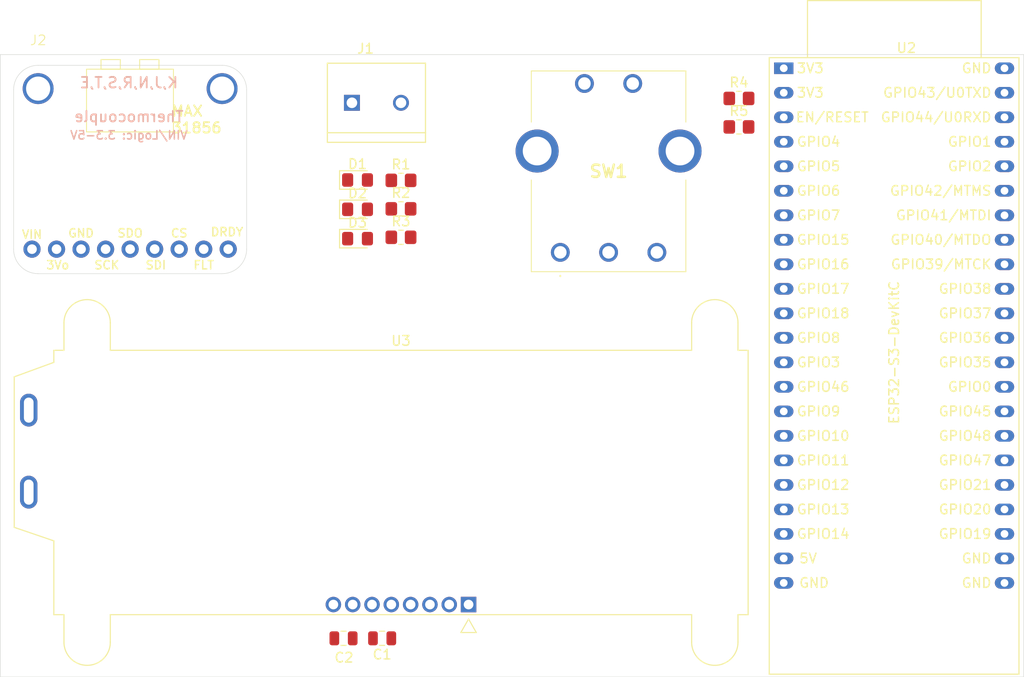
<source format=kicad_pcb>
(kicad_pcb (version 20241229) (generator "pcbnew") (generator_version "9.0")
  (layers (0 "F.Cu" signal) (2 "B.Cu" signal) (13 "F.Paste" user) (15 "B.Paste" user) (5 "F.SilkS" user "F.Silkscreen") (7 "B.SilkS" user "B.Silkscreen") (1 "F.Mask" user) (3 "B.Mask" user) (25 "Edge.Cuts" user))
  (net 0 "")
  (net 1 "GND")
  (net 2 "+3.3V")
  (net 3 "+5V")
  (net 4 "SSR_PWM")
  (net 5 "/SCK")
  (net 6 "/DRDY")
  (net 7 "/~{CS}")
  (net 8 "/~{FAULT}")
  (net 9 "/SDO")
  (net 10 "/SDI")
  (net 11 "/VIN_1")
  (net 12 "Net-(U2-GPIO46)")
  (net 13 "Net-(U2-GPIO47)")
  (net 14 "Net-(U2-GPIO48)")
  (net 40 "Net-(D3-A)")
  (net 41 "Net-(D2-A)")
  (net 42 "Net-(D1-A)")
  (net 47 "Net-(U3-VOUT)")
  (net 48 "Net-(U3-C1+)")
  (net 49 "Net-(U3-C1-)")
  (net 50 "/SCL")
  (net 51 "/SDA")
  (net 52 "/DISPLAY_~{RST}")
  (net 53 "/ENC_B")
  (net 54 "/ENC_A")
  (net 55 "/ENC_SW")
  (footprint "Diode_SMD:D_0805_2012Metric_Pad1.15x1.40mm_HandSolder" (layer "F.Cu") (at 121 74.54)
    (property "Reference" "D2" (at 0 -1.65 0) (layer "F.SilkS"))
    (property "Value" "LED")
    (fp_line (start -1.86 -0.96) (end -1.86 0.96) (stroke (width 0.12)) (layer "F.SilkS"))
    (fp_line (start -1.86 0.96) (end 1 0.96) (stroke (width 0.12)) (layer "F.SilkS"))
    (fp_line (start 1 -0.96) (end -1.86 -0.96) (stroke (width 0.12)) (layer "F.SilkS"))
    (pad "1" smd roundrect (at -1.025 0) (size 1.15 1.4) (layers "F.Cu" "F.Mask" "F.Paste") (roundrect_rratio 0.217391) (net 1 "GND"))
    (pad "2" smd roundrect (at 1.025 0) (size 1.15 1.4) (layers "F.Cu" "F.Mask" "F.Paste") (roundrect_rratio 0.217391) (net 41 "Net-(D2-A)"))
  )
  (footprint "phoenix_footprints:TE_282837-2" (layer "F.Cu") (at 122.96 63.5)
    (property "Reference" "J1" (at -1.127255 -5.614945 0) (layer "F.SilkS") (effects (font (size 1.002039 1.002039))))
    (property "Value" "Screw_Terminal_01x02")
    (fp_line (start -5.08 -4.1) (end 5.08 -4.1) (stroke (width 0.127)) (layer "F.SilkS"))
    (fp_line (start -5.08 3.1) (end -5.08 -4.1) (stroke (width 0.127)) (layer "F.SilkS"))
    (fp_line (start -5.08 3.1) (end 5.08 3.1) (stroke (width 0.127)) (layer "F.SilkS"))
    (fp_line (start -5.08 4.1) (end -5.08 3.1) (stroke (width 0.127)) (layer "F.SilkS"))
    (fp_line (start 5.08 -4.1) (end 5.08 3.1) (stroke (width 0.127)) (layer "F.SilkS"))
    (fp_line (start 5.08 3.1) (end 5.08 4.1) (stroke (width 0.127)) (layer "F.SilkS"))
    (fp_line (start 5.08 4.1) (end -5.08 4.1) (stroke (width 0.127)) (layer "F.SilkS"))
    (pad "1" thru_hole rect (at -2.54 0) (size 1.65 1.65) (drill 1.1) (layers "*.Cu" "*.Mask") (net 1 "GND"))
    (pad "2" thru_hole circle (at 2.54 0) (size 1.65 1.65) (drill 1.1) (layers "*.Cu" "*.Mask") (net 4 "SSR_PWM"))
  )
  (footprint "Capacitor_SMD:C_0805_2012Metric" (layer "F.Cu") (at 123.55 119 180)
    (property "Reference" "C1" (at 0 -1.68 0) (layer "F.SilkS"))
    (property "Value" "1uF")
    (fp_line (start -0.261252 0.735) (end 0.261252 0.735) (stroke (width 0.12)) (layer "F.SilkS"))
    (fp_line (start -0.261252 -0.735) (end 0.261252 -0.735) (stroke (width 0.12)) (layer "F.SilkS"))
    (pad "1" smd roundrect (at -0.95 0 180) (size 1 1.45) (layers "F.Cu" "F.Mask" "F.Paste") (net 3 "+5V"))
    (pad "2" smd roundrect (at 0.95 0 180) (size 1 1.45) (layers "F.Cu" "F.Mask" "F.Paste") (net 47 "Net-(U3-VOUT)"))
  )
  (footprint "Resistor_SMD:R_0805_2012Metric_Pad1.20x1.40mm_HandSolder" (layer "F.Cu") (at 125.5 74.49)
    (property "Reference" "R2" (at 0 -1.65 0) (layer "F.SilkS"))
    (property "Value" "220")
    (fp_line (start -0.227064 -0.735) (end 0.227064 -0.735) (stroke (width 0.12)) (layer "F.SilkS"))
    (fp_line (start -0.227064 0.735) (end 0.227064 0.735) (stroke (width 0.12)) (layer "F.SilkS"))
    (pad "1" smd roundrect (at -1 0) (size 1.2 1.4) (layers "F.Cu" "F.Mask" "F.Paste") (roundrect_rratio 0.208333) (net 13 "Net-(U2-GPIO47)"))
    (pad "2" smd roundrect (at 1 0) (size 1.2 1.4) (layers "F.Cu" "F.Mask" "F.Paste") (roundrect_rratio 0.208333) (net 41 "Net-(D2-A)"))
  )
  (footprint "Capacitor_SMD:C_0805_2012Metric" (layer "F.Cu") (at 119.55 119 180)
    (property "Reference" "C2" (at -0.05 -2 0) (layer "F.SilkS"))
    (property "Value" "1uF")
    (fp_line (start -0.261252 0.735) (end 0.261252 0.735) (stroke (width 0.12)) (layer "F.SilkS"))
    (fp_line (start -0.261252 -0.735) (end 0.261252 -0.735) (stroke (width 0.12)) (layer "F.SilkS"))
    (pad "1" smd roundrect (at -0.95 0 180) (size 1 1.45) (layers "F.Cu" "F.Mask" "F.Paste") (net 48 "Net-(U3-C1+)"))
    (pad "2" smd roundrect (at 0.95 0 180) (size 1 1.45) (layers "F.Cu" "F.Mask" "F.Paste") (net 49 "Net-(U3-C1-)"))
  )
  (footprint "Resistor_SMD:R_0805_2012Metric_Pad1.20x1.40mm_HandSolder" (layer "F.Cu") (at 125.5 77.44)
    (property "Reference" "R3" (at 0 -1.65 0) (layer "F.SilkS"))
    (property "Value" "220")
    (fp_line (start -0.227064 -0.735) (end 0.227064 -0.735) (stroke (width 0.12)) (layer "F.SilkS"))
    (fp_line (start -0.227064 0.735) (end 0.227064 0.735) (stroke (width 0.12)) (layer "F.SilkS"))
    (pad "1" smd roundrect (at -1 0) (size 1.2 1.4) (layers "F.Cu" "F.Mask" "F.Paste") (roundrect_rratio 0.208333) (net 14 "Net-(U2-GPIO48)"))
    (pad "2" smd roundrect (at 1 0) (size 1.2 1.4) (layers "F.Cu" "F.Mask" "F.Paste") (roundrect_rratio 0.208333) (net 40 "Net-(D3-A)"))
  )
  (footprint "!footprints:PEC164120FS0012" (layer "F.Cu") (at 142 79)
    (property "Reference" "SW1" (at 5 -8.4 0) (layer "F.SilkS") (effects (font (size 1.27 1.27) (thickness 0.254))))
    (property "Value" "RotaryEncoder_Switch" (hide yes))
    (fp_line (start -3 -18.8) (end -3 -13.5) (stroke (width 0.1)) (layer "F.SilkS"))
    (fp_line (start -3 -7.5) (end -3 2) (stroke (width 0.1)) (layer "F.SilkS"))
    (fp_line (start -3 2) (end 13 2) (stroke (width 0.1)) (layer "F.SilkS"))
    (fp_line (start 0 2.4) (end 0 2.4) (stroke (width 0.1)) (layer "F.SilkS"))
    (fp_line (start 0 2.5) (end 0 2.5) (stroke (width 0.1)) (layer "F.SilkS"))
    (fp_line (start 13 -18.8) (end -3 -18.8) (stroke (width 0.1)) (layer "F.SilkS"))
    (fp_line (start 13 -13.5) (end 13 -18.8) (stroke (width 0.1)) (layer "F.SilkS"))
    (fp_line (start 13 2) (end 13 -7.5) (stroke (width 0.1)) (layer "F.SilkS"))
    (fp_arc (start 0 2.4) (mid 0.05 2.45) (end 0 2.5) (stroke (width 0.1)) (layer "F.SilkS"))
    (fp_arc (start 0 2.5) (mid -0.05 2.45) (end 0 2.4) (stroke (width 0.1)) (layer "F.SilkS"))
    (pad "A" thru_hole circle (at 0 0) (size 1.95 1.95) (drill 1.3) (layers "*.Cu" "*.Mask") (net 54 "/ENC_A"))
    (pad "B" thru_hole circle (at 5 0) (size 1.95 1.95) (drill 1.3) (layers "*.Cu" "*.Mask") (net 53 "/ENC_B"))
    (pad "C" thru_hole circle (at 10 0) (size 1.95 1.95) (drill 1.3) (layers "*.Cu" "*.Mask") (net 1 "GND"))
    (pad "MH1" thru_hole circle (at -2.4 -10.5) (size 4.46 4.46) (drill 2.9732) (layers "*.Cu" "*.Mask"))
    (pad "MH2" thru_hole circle (at 12.4 -10.5) (size 4.46 4.46) (drill 2.9732) (layers "*.Cu" "*.Mask"))
    (pad "S1" thru_hole circle (at 2.5 -17.5) (size 1.95 1.95) (drill 1.3) (layers "*.Cu" "*.Mask") (net 1 "GND"))
    (pad "S2" thru_hole circle (at 7.5 -17.5) (size 1.95 1.95) (drill 1.3) (layers "*.Cu" "*.Mask") (net 55 "/ENC_SW"))
  )
  (footprint "Diode_SMD:D_0805_2012Metric_Pad1.15x1.40mm_HandSolder" (layer "F.Cu") (at 121 77.58)
    (property "Reference" "D3" (at 0 -1.65 0) (layer "F.SilkS"))
    (property "Value" "LED")
    (fp_line (start -1.86 -0.96) (end -1.86 0.96) (stroke (width 0.12)) (layer "F.SilkS"))
    (fp_line (start -1.86 0.96) (end 1 0.96) (stroke (width 0.12)) (layer "F.SilkS"))
    (fp_line (start 1 -0.96) (end -1.86 -0.96) (stroke (width 0.12)) (layer "F.SilkS"))
    (pad "1" smd roundrect (at -1.025 0) (size 1.15 1.4) (layers "F.Cu" "F.Mask" "F.Paste") (roundrect_rratio 0.217391) (net 1 "GND"))
    (pad "2" smd roundrect (at 1.025 0) (size 1.15 1.4) (layers "F.Cu" "F.Mask" "F.Paste") (roundrect_rratio 0.217391) (net 40 "Net-(D3-A)"))
  )
  (footprint "Resistor_SMD:R_0805_2012Metric_Pad1.20x1.40mm_HandSolder" (layer "F.Cu") (at 160.5 66)
    (property "Reference" "R5" (at 0 -1.65 0) (layer "F.SilkS"))
    (property "Value" "4.7k")
    (fp_line (start -0.227064 -0.735) (end 0.227064 -0.735) (stroke (width 0.12)) (layer "F.SilkS"))
    (fp_line (start -0.227064 0.735) (end 0.227064 0.735) (stroke (width 0.12)) (layer "F.SilkS"))
    (pad "1" smd roundrect (at -1 0) (size 1.2 1.4) (layers "F.Cu" "F.Mask" "F.Paste") (roundrect_rratio 0.208333) (net 2 "+3.3V"))
    (pad "2" smd roundrect (at 1 0) (size 1.2 1.4) (layers "F.Cu" "F.Mask" "F.Paste") (roundrect_rratio 0.208333) (net 51 "/SDA"))
  )
  (footprint "Resistor_SMD:R_0805_2012Metric_Pad1.20x1.40mm_HandSolder" (layer "F.Cu") (at 160.5 63.05)
    (property "Reference" "R4" (at 0 -1.65 0) (layer "F.SilkS"))
    (property "Value" "4.7k")
    (fp_line (start -0.227064 -0.735) (end 0.227064 -0.735) (stroke (width 0.12)) (layer "F.SilkS"))
    (fp_line (start -0.227064 0.735) (end 0.227064 0.735) (stroke (width 0.12)) (layer "F.SilkS"))
    (pad "1" smd roundrect (at -1 0) (size 1.2 1.4) (layers "F.Cu" "F.Mask" "F.Paste") (roundrect_rratio 0.208333) (net 2 "+3.3V"))
    (pad "2" smd roundrect (at 1 0) (size 1.2 1.4) (layers "F.Cu" "F.Mask" "F.Paste") (roundrect_rratio 0.208333) (net 50 "/SCL"))
  )
  (footprint "Diode_SMD:D_0805_2012Metric_Pad1.15x1.40mm_HandSolder" (layer "F.Cu") (at 121 71.5)
    (property "Reference" "D1" (at 0 -1.65 0) (layer "F.SilkS"))
    (property "Value" "LED")
    (fp_line (start -1.86 -0.96) (end -1.86 0.96) (stroke (width 0.12)) (layer "F.SilkS"))
    (fp_line (start -1.86 0.96) (end 1 0.96) (stroke (width 0.12)) (layer "F.SilkS"))
    (fp_line (start 1 -0.96) (end -1.86 -0.96) (stroke (width 0.12)) (layer "F.SilkS"))
    (pad "1" smd roundrect (at -1.025 0) (size 1.15 1.4) (layers "F.Cu" "F.Mask" "F.Paste") (roundrect_rratio 0.217391) (net 1 "GND"))
    (pad "2" smd roundrect (at 1.025 0) (size 1.15 1.4) (layers "F.Cu" "F.Mask" "F.Paste") (roundrect_rratio 0.217391) (net 42 "Net-(D1-A)"))
  )
  (footprint "Display:NHD-C0220BiZ" (layer "F.Cu") (at 125.5 99.6)
    (property "Reference" "U3" (at 0 -11.43 0) (layer "F.SilkS"))
    (property "Value" "NHD-C0220BIZ")
    (fp_line (start -40.05 -7.7) (end -40.05 7.9) (stroke (width 0.12)) (layer "F.SilkS"))
    (fp_line (start -40.05 7.9) (end -35.95 9.3) (stroke (width 0.12)) (layer "F.SilkS"))
    (fp_line (start -35.95 -10.45) (end -35.95 -9.2) (stroke (width 0.12)) (layer "F.SilkS"))
    (fp_line (start -35.95 -9.2) (end -40.05 -7.7) (stroke (width 0.12)) (layer "F.SilkS"))
    (fp_line (start -35.95 9.3) (end -35.95 16.95) (stroke (width 0.12)) (layer "F.SilkS"))
    (fp_line (start -35.95 16.95) (end -34.9 16.95) (stroke (width 0.12)) (layer "F.SilkS"))
    (fp_line (start -34.9 -13.3) (end -34.9 -10.45) (stroke (width 0.12)) (layer "F.SilkS"))
    (fp_line (start -34.9 -10.45) (end -35.95 -10.45) (stroke (width 0.12)) (layer "F.SilkS"))
    (fp_line (start -34.9 16.95) (end -34.9 19.8) (stroke (width 0.12)) (layer "F.SilkS"))
    (fp_line (start -30.1 -10.45) (end -30.1 -13.3) (stroke (width 0.12)) (layer "F.SilkS"))
    (fp_line (start -30.1 16.95) (end 30.1 16.95) (stroke (width 0.12)) (layer "F.SilkS"))
    (fp_line (start -30.1 19.8) (end -30.1 16.95) (stroke (width 0.12)) (layer "F.SilkS"))
    (fp_line (start 6.2 18.8) (end 7 17.4) (stroke (width 0.12)) (layer "F.SilkS"))
    (fp_line (start 6.2 18.8) (end 7.8 18.8) (stroke (width 0.12)) (layer "F.SilkS"))
    (fp_line (start 7 17.4) (end 7.8 18.8) (stroke (width 0.12)) (layer "F.SilkS"))
    (fp_line (start 30.1 -13.3) (end 30.1 -10.45) (stroke (width 0.12)) (layer "F.SilkS"))
    (fp_line (start 30.1 -10.45) (end -30.1 -10.45) (stroke (width 0.12)) (layer "F.SilkS"))
    (fp_line (start 30.1 16.95) (end 30.1 19.8) (stroke (width 0.12)) (layer "F.SilkS"))
    (fp_line (start 34.9 -10.45) (end 34.9 -13.3) (stroke (width 0.12)) (layer "F.SilkS"))
    (fp_line (start 34.9 16.95) (end 35.95 16.95) (stroke (width 0.12)) (layer "F.SilkS"))
    (fp_line (start 34.9 19.8) (end 34.9 16.95) (stroke (width 0.12)) (layer "F.SilkS"))
    (fp_line (start 35.95 -10.45) (end 34.9 -10.45) (stroke (width 0.12)) (layer "F.SilkS"))
    (fp_line (start 35.95 16.95) (end 35.95 -10.45) (stroke (width 0.12)) (layer "F.SilkS"))
    (fp_arc (start -34.9 -13.3) (mid -32.5 -15.7) (end -30.1 -13.3) (stroke (width 0.12)) (layer "F.SilkS"))
    (fp_arc (start -30.1 19.8) (mid -32.5 22.2) (end -34.9 19.8) (stroke (width 0.12)) (layer "F.SilkS"))
    (fp_arc (start 30.1 -13.3) (mid 32.5 -15.7) (end 34.9 -13.3) (stroke (width 0.12)) (layer "F.SilkS"))
    (fp_arc (start 34.9 19.8) (mid 32.5 22.2) (end 30.1 19.8) (stroke (width 0.12)) (layer "F.SilkS"))
    (pad "" np_thru_hole circle (at -32.5 -13.3) (size 2.5 2.5) (drill 2.5) (layers "*.Cu" "*.Mask"))
    (pad "" np_thru_hole circle (at -32.5 19.8) (size 2.5 2.5) (drill 2.5) (layers "*.Cu" "*.Mask"))
    (pad "" np_thru_hole circle (at 32.5 -13.3) (size 2.5 2.5) (drill 2.5) (layers "*.Cu" "*.Mask"))
    (pad "" np_thru_hole circle (at 32.5 19.8) (size 2.5 2.5) (drill 2.5) (layers "*.Cu" "*.Mask"))
    (pad "1" thru_hole rect (at 7 15.9) (size 1.6 1.6) (drill 1) (layers "*.Cu" "*.Mask") (net 52 "/DISPLAY_~{RST}"))
    (pad "2" thru_hole circle (at 5 15.9) (size 1.6 1.6) (drill 1) (layers "*.Cu" "*.Mask") (net 50 "/SCL"))
    (pad "3" thru_hole circle (at 3 15.9) (size 1.6 1.6) (drill 1) (layers "*.Cu" "*.Mask") (net 51 "/SDA"))
    (pad "4" thru_hole circle (at 1 15.9) (size 1.6 1.6) (drill 1) (layers "*.Cu" "*.Mask") (net 1 "GND"))
    (pad "5" thru_hole circle (at -1 15.9) (size 1.6 1.6) (drill 1) (layers "*.Cu" "*.Mask") (net 3 "+5V"))
    (pad "6" thru_hole circle (at -3 15.9) (size 1.6 1.6) (drill 1) (layers "*.Cu" "*.Mask") (net 47 "Net-(U3-VOUT)"))
    (pad "7" thru_hole circle (at -5 15.9) (size 1.6 1.6) (drill 1) (layers "*.Cu" "*.Mask") (net 48 "Net-(U3-C1+)"))
    (pad "8" thru_hole circle (at -7 15.9) (size 1.6 1.6) (drill 1) (layers "*.Cu" "*.Mask") (net 49 "Net-(U3-C1-)"))
    (pad "9" thru_hole oval (at -38.55 4.25) (size 1.8 3.4) (drill oval 1 2.6) (layers "*.Cu" "*.Mask"))
    (pad "10" thru_hole oval (at -38.55 -4.25) (size 1.8 3.4) (drill oval 1 2.6) (layers "*.Cu" "*.Mask"))
  )
  (footprint "PCM_Espressif:ESP32-S3-DevKitC" (layer "F.Cu") (at 165.14 59.92)
    (property "Reference" "U2" (at 12.7 -2.1 0) (layer "F.SilkS"))
    (property "Value" "ESP32-S3-DevKitC" (at 11.42632 29.46128 90) (layer "F.SilkS"))
    (fp_line (start -1.5 62.79728) (end 24.359999 62.79728) (stroke (width 0.12)) (layer "F.SilkS"))
    (fp_line (start -1.499999 -1.1) (end -1.5 62.79728) (stroke (width 0.12)) (layer "F.SilkS"))
    (fp_line (start 2.46012 -7.01312) (end 20.44332 -7.01312) (stroke (width 0.12)) (layer "F.SilkS"))
    (fp_line (start 2.46012 -1.12032) (end 2.46012 -7.01312) (stroke (width 0.12)) (layer "F.SilkS"))
    (fp_line (start 20.44332 -7.01312) (end 20.44332 -1.12032) (stroke (width 0.12)) (layer "F.SilkS"))
    (fp_line (start 24.359999 62.79728) (end 24.36 -1.1) (stroke (width 0.12)) (layer "F.SilkS"))
    (fp_line (start 24.36 -1.1) (end -1.499999 -1.1) (stroke (width 0.12)) (layer "F.SilkS"))
    (fp_text user "GPIO47" (at 21.59 40.64 0) (layer "F.SilkS") (effects (justify right)))
    (fp_text user "3V3" (at 1.27 0 0) (layer "F.SilkS") (effects (justify left)))
    (fp_text user "GPIO18" (at 1.27 25.4 0) (layer "F.SilkS") (effects (justify left)))
    (fp_text user "GND" (at 1.52032 53.33728 0) (layer "F.SilkS") (effects (justify left)))
    (fp_text user "GPIO12" (at 1.27 43.18 0) (layer "F.SilkS") (effects (justify left)))
    (fp_text user "GPIO11" (at 1.27 40.64 0) (layer "F.SilkS") (effects (justify left)))
    (fp_text user "GPIO48" (at 21.59 38.1 0) (layer "F.SilkS") (effects (justify right)))
    (fp_text user "GPIO2" (at 21.59 10.16 0) (layer "F.SilkS") (effects (justify right)))
    (fp_text user "GPIO36" (at 21.59 27.94 0) (layer "F.SilkS") (effects (justify right)))
    (fp_text user "3V3" (at 1.27 2.54 0) (layer "F.SilkS") (effects (justify left)))
    (fp_text user "GPIO40/MTDO" (at 21.59 17.78 0) (layer "F.SilkS") (effects (justify right)))
    (fp_text user "GPIO9" (at 1.27 35.56 0) (layer "F.SilkS") (effects (justify left)))
    (fp_text user "GND" (at 21.59 50.8 0) (layer "F.SilkS") (effects (justify right)))
    (fp_text user "GPIO17" (at 1.27 22.86 0) (layer "F.SilkS") (effects (justify left)))
    (fp_text user "GPIO21" (at 21.59 43.18 0) (layer "F.SilkS") (effects (justify right)))
    (fp_text user "GPIO6" (at 1.27 12.7 0) (layer "F.SilkS") (effects (justify left)))
    (fp_text user "GPIO5" (at 1.27 10.16 0) (layer "F.SilkS") (effects (justify left)))
    (fp_text user "GPIO19" (at 21.59 48.26 0) (layer "F.SilkS") (effects (justify right)))
    (fp_text user "GPIO37" (at 21.59 25.4 0) (layer "F.SilkS") (effects (justify right)))
    (fp_text user "GPIO20" (at 21.59 45.72 0) (layer "F.SilkS") (effects (justify right)))
    (fp_text user "GPIO38" (at 21.59 22.86 0) (layer "F.SilkS") (effects (justify right)))
    (fp_text user "GPIO7" (at 1.27 15.24 0) (layer "F.SilkS") (effects (justify left)))
    (fp_text user "GPIO39/MTCK" (at 21.59 20.32 0) (layer "F.SilkS") (effects (justify right)))
    (fp_text user "5V" (at 1.52032 50.79728 0) (layer "F.SilkS") (effects (justify left)))
    (fp_text user "GPIO44/U0RXD" (at 21.59 5.08 0) (layer "F.SilkS") (effects (justify right)))
    (fp_text user "GPIO0" (at 21.59 33.02 0) (layer "F.SilkS") (effects (justify right)))
    (fp_text user "GND" (at 21.59 0 0) (layer "F.SilkS") (effects (justify right)))
    (fp_text user "GPIO42/MTMS" (at 21.59 12.7 0) (layer "F.SilkS") (effects (justify right)))
    (fp_text user "GPIO4" (at 1.27 7.62 0) (layer "F.SilkS") (effects (justify left)))
    (fp_text user "GPIO10" (at 1.27 38.1 0) (layer "F.SilkS") (effects (justify left)))
    (fp_text user "GPIO13" (at 1.27 45.72 0) (layer "F.SilkS") (effects (justify left)))
    (fp_text user "GPIO46" (at 1.27 33.02 0) (layer "F.SilkS") (effects (justify left)))
    (fp_text user "GPIO8" (at 1.27 27.94 0) (layer "F.SilkS") (effects (justify left)))
    (fp_text user "GPIO41/MTDI" (at 21.59 15.24 0) (layer "F.SilkS") (effects (justify right)))
    (fp_text user "GPIO15" (at 1.27 17.78 0) (layer "F.SilkS") (effects (justify left)))
    (fp_text user "GPIO35" (at 21.59 30.48 0) (layer "F.SilkS") (effects (justify right)))
    (fp_text user "GND" (at 21.59 53.34 0) (layer "F.SilkS") (effects (justify right)))
    (fp_text user "GPIO14" (at 1.27 48.26 0) (layer "F.SilkS") (effects (justify left)))
    (fp_text user "GPIO1" (at 21.59 7.62 0) (layer "F.SilkS") (effects (justify right)))
    (fp_text user "GPIO43/U0TXD" (at 21.59 2.54 0) (layer "F.SilkS") (effects (justify right)))
    (fp_text user "GPIO45" (at 21.59 35.56 0) (layer "F.SilkS") (effects (justify right)))
    (fp_text user "GPIO16" (at 1.27 20.32 0) (layer "F.SilkS") (effects (justify left)))
    (fp_text user "GPIO3" (at 1.27 30.48 0) (layer "F.SilkS") (effects (justify left)))
    (fp_text user "EN/RESET" (at 8.88632 5.07728 0) (layer "F.SilkS") (effects (justify right)))
    (pad "1" thru_hole rect (at 0 0 270) (size 1.2 2) (drill 0.8) (layers "*.Cu" "*.Mask") (net 2 "+3.3V"))
    (pad "2" thru_hole oval (at 0 2.54 270) (size 1.2 2) (drill 0.8) (layers "*.Cu" "*.Mask") (net 2 "+3.3V"))
    (pad "3" thru_hole oval (at 0 5.08 270) (size 1.2 2) (drill 0.8) (layers "*.Cu" "*.Mask"))
    (pad "4" thru_hole oval (at 0 7.62 270) (size 1.2 2) (drill 0.8) (layers "*.Cu" "*.Mask") (net 51 "/SDA"))
    (pad "5" thru_hole oval (at 0 10.16 270) (size 1.2 2) (drill 0.8) (layers "*.Cu" "*.Mask") (net 50 "/SCL"))
    (pad "6" thru_hole oval (at 0 12.7 270) (size 1.2 2) (drill 0.8) (layers "*.Cu" "*.Mask"))
    (pad "7" thru_hole oval (at 0 15.24 270) (size 1.2 2) (drill 0.8) (layers "*.Cu" "*.Mask"))
    (pad "8" thru_hole oval (at 0 17.78 270) (size 1.2 2) (drill 0.8) (layers "*.Cu" "*.Mask"))
    (pad "9" thru_hole oval (at 0 20.32 270) (size 1.2 2) (drill 0.8) (layers "*.Cu" "*.Mask"))
    (pad "10" thru_hole oval (at 0 22.86 270) (size 1.2 2) (drill 0.8) (layers "*.Cu" "*.Mask"))
    (pad "11" thru_hole oval (at 0 25.4 270) (size 1.2 2) (drill 0.8) (layers "*.Cu" "*.Mask"))
    (pad "12" thru_hole oval (at 0 27.94 270) (size 1.2 2) (drill 0.8) (layers "*.Cu" "*.Mask"))
    (pad "13" thru_hole oval (at 0 30.48 270) (size 1.2 2) (drill 0.8) (layers "*.Cu" "*.Mask"))
    (pad "14" thru_hole oval (at 0 33.02 270) (size 1.2 2) (drill 0.8) (layers "*.Cu" "*.Mask") (net 12 "Net-(U2-GPIO46)"))
    (pad "15" thru_hole oval (at 0 35.56 270) (size 1.2 2) (drill 0.8) (layers "*.Cu" "*.Mask"))
    (pad "16" thru_hole oval (at 0 38.1 270) (size 1.2 2) (drill 0.8) (layers "*.Cu" "*.Mask"))
    (pad "17" thru_hole oval (at 0 40.64 270) (size 1.2 2) (drill 0.8) (layers "*.Cu" "*.Mask"))
    (pad "18" thru_hole oval (at 0 43.18 270) (size 1.2 2) (drill 0.8) (layers "*.Cu" "*.Mask"))
    (pad "19" thru_hole oval (at 0 45.72 270) (size 1.2 2) (drill 0.8) (layers "*.Cu" "*.Mask"))
    (pad "20" thru_hole oval (at -0.00368 48.25728 270) (size 1.2 2) (drill 0.8) (layers "*.Cu" "*.Mask"))
    (pad "21" thru_hole oval (at -0.00368 50.79728 270) (size 1.2 2) (drill 0.8) (layers "*.Cu" "*.Mask") (net 3 "+5V"))
    (pad "22" thru_hole oval (at -0.00368 53.33728 270) (size 1.2 2) (drill 0.8) (layers "*.Cu" "*.Mask") (net 1 "GND"))
    (pad "23" thru_hole oval (at 22.86 53.34 270) (size 1.2 2) (drill 0.8) (layers "*.Cu" "*.Mask") (net 1 "GND"))
    (pad "24" thru_hole oval (at 22.86 50.8 270) (size 1.2 2) (drill 0.8) (layers "*.Cu" "*.Mask") (net 1 "GND"))
    (pad "25" thru_hole oval (at 22.86 48.26 270) (size 1.2 2) (drill 0.8) (layers "*.Cu" "*.Mask"))
    (pad "26" thru_hole oval (at 22.86 45.72 270) (size 1.2 2) (drill 0.8) (layers "*.Cu" "*.Mask"))
    (pad "27" thru_hole oval (at 22.86 43.18 270) (size 1.2 2) (drill 0.8) (layers "*.Cu" "*.Mask") (net 4 "SSR_PWM"))
    (pad "28" thru_hole oval (at 22.86 40.64 270) (size 1.2 2) (drill 0.8) (layers "*.Cu" "*.Mask") (net 13 "Net-(U2-GPIO47)"))
    (pad "29" thru_hole oval (at 22.86 38.1 270) (size 1.2 2) (drill 0.8) (layers "*.Cu" "*.Mask") (net 14 "Net-(U2-GPIO48)"))
    (pad "30" thru_hole oval (at 22.86 35.56 270) (size 1.2 2) (drill 0.8) (layers "*.Cu" "*.Mask"))
    (pad "31" thru_hole oval (at 22.86 33.02 270) (size 1.2 2) (drill 0.8) (layers "*.Cu" "*.Mask"))
    (pad "32" thru_hole oval (at 22.86 30.48 270) (size 1.2 2) (drill 0.8) (layers "*.Cu" "*.Mask") (net 52 "/DISPLAY_~{RST}"))
    (pad "33" thru_hole oval (at 22.86 27.94 270) (size 1.2 2) (drill 0.8) (layers "*.Cu" "*.Mask") (net 54 "/ENC_A"))
    (pad "34" thru_hole oval (at 22.86 25.4 270) (size 1.2 2) (drill 0.8) (layers "*.Cu" "*.Mask") (net 53 "/ENC_B"))
    (pad "35" thru_hole oval (at 22.86 22.86 270) (size 1.2 2) (drill 0.8) (layers "*.Cu" "*.Mask") (net 55 "/ENC_SW"))
    (pad "36" thru_hole oval (at 22.86 20.32 270) (size 1.2 2) (drill 0.8) (layers "*.Cu" "*.Mask"))
    (pad "37" thru_hole oval (at 22.86 17.78 270) (size 1.2 2) (drill 0.8) (layers "*.Cu" "*.Mask"))
    (pad "38" thru_hole oval (at 22.86 15.24 270) (size 1.2 2) (drill 0.8) (layers "*.Cu" "*.Mask"))
    (pad "39" thru_hole oval (at 22.86 12.7 270) (size 1.2 2) (drill 0.8) (layers "*.Cu" "*.Mask"))
    (pad "40" thru_hole oval (at 22.86 10.16 270) (size 1.2 2) (drill 0.8) (layers "*.Cu" "*.Mask"))
    (pad "41" thru_hole oval (at 22.86 7.62 270) (size 1.2 2) (drill 0.8) (layers "*.Cu" "*.Mask"))
    (pad "42" thru_hole oval (at 22.86 5.08 270) (size 1.2 2) (drill 0.8) (layers "*.Cu" "*.Mask"))
    (pad "43" thru_hole oval (at 22.86 2.54 270) (size 1.2 2) (drill 0.8) (layers "*.Cu" "*.Mask"))
    (pad "44" thru_hole oval (at 22.86 0 270) (size 1.2 2) (drill 0.8) (layers "*.Cu" "*.Mask") (net 1 "GND"))
  )
  (footprint "!footprints:MAX31856_HEADER" (layer "F.Cu") (at 87.936314 62.019686)
    (property "Reference" "J2" (at 0 -5 0) (layer "F.SilkS") (effects (font (thickness 0.1))))
    (property "Value" "Conn_01x09_Socket")
    (fp_rect (start 5 -2) (end 14 4.5) (stroke (width 0.1)) (fill no) (layer "F.SilkS"))
    (fp_rect (start 6.5 -3) (end 8.5 -2) (stroke (width 0.1)) (fill no) (layer "F.SilkS"))
    (fp_rect (start 10.5 -3) (end 12.5 -2) (stroke (width 0.1)) (fill no) (layer "F.SilkS"))
    (fp_line (start -2.551314 16.648314) (end -2.551314 0.138314) (stroke (width 0.05)) (layer "Edge.Cuts"))
    (fp_line (start -0.011314 -2.401686) (end 19.038686 -2.401686) (stroke (width 0.05)) (layer "Edge.Cuts"))
    (fp_line (start 19.012586 19.191516) (end -0.037414 19.191516) (stroke (width 0.05)) (layer "Edge.Cuts"))
    (fp_line (start 21.578686 0.138314) (end 21.578686 16.648314) (stroke (width 0.05)) (layer "Edge.Cuts"))
    (fp_arc (start -2.551314 0.138314) (mid -1.807365 -1.657737) (end -0.011314 -2.401686) (stroke (width 0.05)) (layer "Edge.Cuts"))
    (fp_arc (start -0.011314 19.188314) (mid -1.807365 18.444365) (end -2.551314 16.648314) (stroke (width 0.05)) (layer "Edge.Cuts"))
    (fp_arc (start 19.038686 -2.401686) (mid 20.834737 -1.657737) (end 21.578686 0.138314) (stroke (width 0.05)) (layer "Edge.Cuts"))
    (fp_arc (start 21.578686 16.648314) (mid 20.834737 18.444365) (end 19.038686 19.188314) (stroke (width 0.05)) (layer "Edge.Cuts"))
    (fp_text user "SCK" (at 7.100686 18.299314 0) (layer "F.SilkS") (effects (font (size 0.8636 0.8636) (thickness 0.1524))))
    (fp_text user "SDI" (at 12.180686 18.299314 0) (layer "F.SilkS") (effects (font (size 0.8636 0.8636) (thickness 0.1524))))
    (fp_text user "GND" (at 4.433686 14.997314 0) (layer "F.SilkS") (effects (font (size 0.8636 0.8636) (thickness 0.1524))))
    (fp_text user "FLT" (at 17.133686 18.299314 0) (layer "F.SilkS") (effects (font (size 0.8636 0.8636) (thickness 0.1524))))
    (fp_text user "3Vo" (at 2.020686 18.299314 0) (layer "F.SilkS") (effects (font (size 0.8636 0.8636) (thickness 0.1524))))
    (fp_text user "CS" (at 14.593686 14.997314 0) (layer "F.SilkS") (effects (font (size 0.8636 0.8636) (thickness 0.1524))))
    (fp_text user "SDO" (at 9.513686 14.997314 0) (layer "F.SilkS") (effects (font (size 0.8636 0.8636) (thickness 0.1524))))
    (fp_text user "DRDY" (at 19.546686 14.870314 0) (layer "F.SilkS") (effects (font (size 0.8636 0.8636) (thickness 0.1524))))
    (fp_text user "VIN" (at -0.646314 15.124314 0) (layer "F.SilkS") (effects (font (size 0.8636 0.8636) (thickness 0.1524))))
    (fp_text user "MAX\n31856" (at 13.704686 4.710314 0) (layer "F.SilkS") (effects (font (size 1.0795 1.0795) (thickness 0.1905)) (justify left bottom)))
    (fp_text user "VIN/Logic: 3.3-5V" (at 9.386686 4.837314 0) (layer "B.SilkS") (effects (font (size 0.8636 0.8636) (thickness 0.1524)) (justify mirror)))
    (fp_text user "K,J,N,R,S,T,E\n\nThermocouple" (at 9.386686 1.154314 0) (layer "B.SilkS") (effects (font (size 1.0922 1.0922) (thickness 0.1778)) (justify mirror)))
    (pad "1" thru_hole circle (at 19.673686 16.648314 270) (size 1.778 1.778) (drill 1) (layers "*.Cu" "*.Mask") (net 6 "/DRDY"))
    (pad "2" thru_hole circle (at 17.133686 16.648314 270) (size 1.778 1.778) (drill 1) (layers "*.Cu" "*.Mask") (net 8 "/~{FAULT}"))
    (pad "3" thru_hole circle (at 14.593686 16.648314 270) (size 1.778 1.778) (drill 1) (layers "*.Cu" "*.Mask") (net 7 "/~{CS}"))
    (pad "4" thru_hole circle (at 12.053686 16.648314 270) (size 1.778 1.778) (drill 1) (layers "*.Cu" "*.Mask") (net 10 "/SDI"))
    (pad "5" thru_hole circle (at 9.513686 16.648314 270) (size 1.778 1.778) (drill 1) (layers "*.Cu" "*.Mask") (net 9 "/SDO"))
    (pad "6" thru_hole circle (at 6.973686 16.648314 270) (size 1.778 1.778) (drill 1) (layers "*.Cu" "*.Mask") (net 5 "/SCK"))
    (pad "7" thru_hole circle (at 4.433686 16.648314 270) (size 1.778 1.778) (drill 1) (layers "*.Cu" "*.Mask") (net 1 "GND"))
    (pad "8" thru_hole circle (at 1.893686 16.648314 270) (size 1.778 1.778) (drill 1) (layers "*.Cu" "*.Mask") (net 2 "+3.3V"))
    (pad "9" thru_hole circle (at -0.646314 16.648314 270) (size 1.778 1.778) (drill 1) (layers "*.Cu" "*.Mask") (net 11 "/VIN_1"))
    (pad "P$1" thru_hole circle (at -0.011314 0.011314) (size 3.2 3.2) (drill 2.5) (layers "*.Cu" "*.Mask"))
    (pad "P$1" thru_hole circle (at 19.038686 0.011314) (size 3.2 3.2) (drill 2.5) (layers "*.Cu" "*.Mask"))
  )
  (footprint "Resistor_SMD:R_0805_2012Metric_Pad1.20x1.40mm_HandSolder" (layer "F.Cu") (at 125.5 71.54)
    (property "Reference" "R1" (at 0 -1.65 0) (layer "F.SilkS"))
    (property "Value" "220")
    (fp_line (start -0.227064 -0.735) (end 0.227064 -0.735) (stroke (width 0.12)) (layer "F.SilkS"))
    (fp_line (start -0.227064 0.735) (end 0.227064 0.735) (stroke (width 0.12)) (layer "F.SilkS"))
    (pad "1" smd roundrect (at -1 0) (size 1.2 1.4) (layers "F.Cu" "F.Mask" "F.Paste") (roundrect_rratio 0.208333) (net 12 "Net-(U2-GPIO46)"))
    (pad "2" smd roundrect (at 1 0) (size 1.2 1.4) (layers "F.Cu" "F.Mask" "F.Paste") (roundrect_rratio 0.208333) (net 42 "Net-(D1-A)"))
  )
  (gr_rect (start 84 58.5) (end 190 123) (stroke (width 0.05)) (fill no) (layer "Edge.Cuts"))
)
</source>
